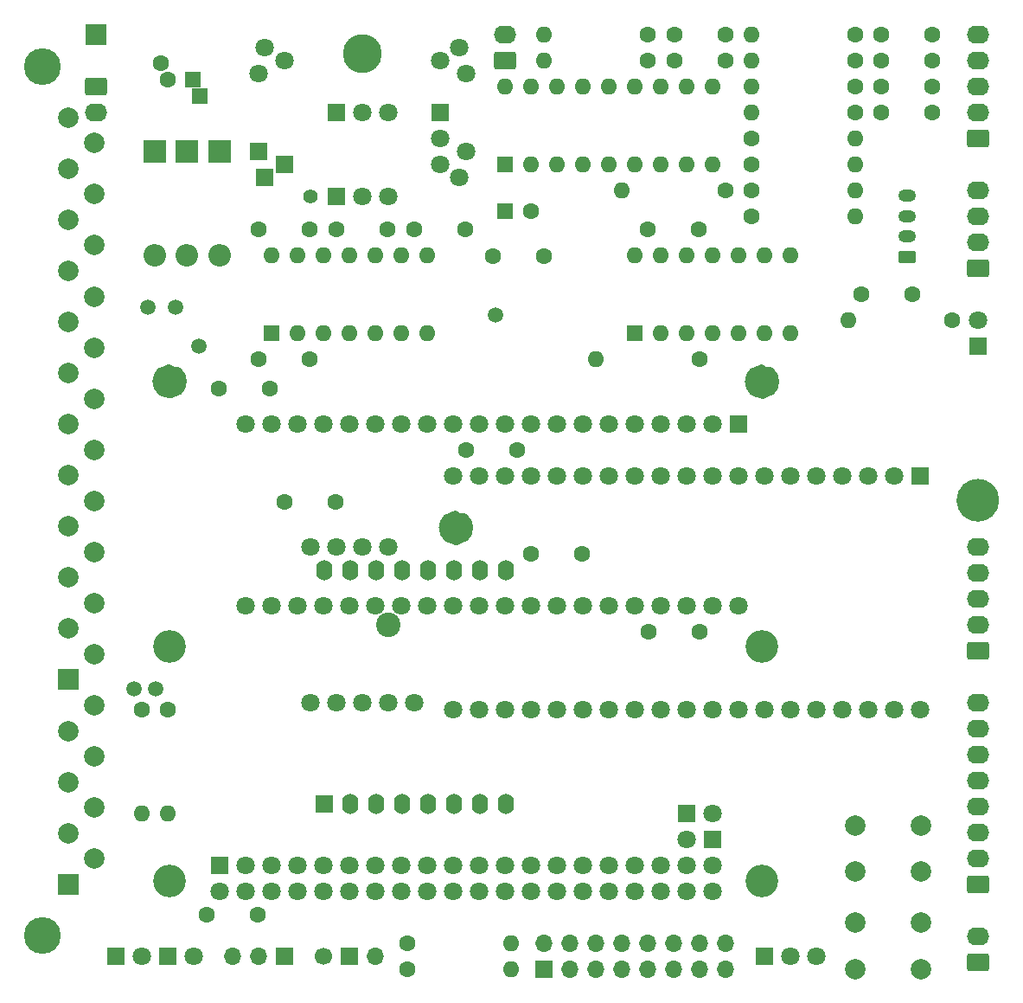
<source format=gbr>
%TF.GenerationSoftware,KiCad,Pcbnew,(6.0.9)*%
%TF.CreationDate,2022-12-06T19:52:46+01:00*%
%TF.ProjectId,SEU-M_1.04,5345552d-4d5f-4312-9e30-342e6b696361,1.04*%
%TF.SameCoordinates,Original*%
%TF.FileFunction,Soldermask,Top*%
%TF.FilePolarity,Negative*%
%FSLAX46Y46*%
G04 Gerber Fmt 4.6, Leading zero omitted, Abs format (unit mm)*
G04 Created by KiCad (PCBNEW (6.0.9)) date 2022-12-06 19:52:46*
%MOMM*%
%LPD*%
G01*
G04 APERTURE LIST*
G04 Aperture macros list*
%AMRoundRect*
0 Rectangle with rounded corners*
0 $1 Rounding radius*
0 $2 $3 $4 $5 $6 $7 $8 $9 X,Y pos of 4 corners*
0 Add a 4 corners polygon primitive as box body*
4,1,4,$2,$3,$4,$5,$6,$7,$8,$9,$2,$3,0*
0 Add four circle primitives for the rounded corners*
1,1,$1+$1,$2,$3*
1,1,$1+$1,$4,$5*
1,1,$1+$1,$6,$7*
1,1,$1+$1,$8,$9*
0 Add four rect primitives between the rounded corners*
20,1,$1+$1,$2,$3,$4,$5,0*
20,1,$1+$1,$4,$5,$6,$7,0*
20,1,$1+$1,$6,$7,$8,$9,0*
20,1,$1+$1,$8,$9,$2,$3,0*%
G04 Aperture macros list end*
%ADD10C,1.675000*%
%ADD11C,2.075000*%
%ADD12C,1.400000*%
%ADD13R,1.800000X1.800000*%
%ADD14C,1.800000*%
%ADD15C,3.800000*%
%ADD16C,2.400000*%
%ADD17C,3.200000*%
%ADD18C,2.000000*%
%ADD19R,1.700000X1.700000*%
%ADD20O,1.700000X1.700000*%
%ADD21C,1.600000*%
%ADD22RoundRect,0.250000X0.625000X-0.350000X0.625000X0.350000X-0.625000X0.350000X-0.625000X-0.350000X0*%
%ADD23O,1.750000X1.200000*%
%ADD24R,2.000000X2.000000*%
%ADD25C,3.600000*%
%ADD26O,1.600000X1.600000*%
%ADD27R,1.600000X1.600000*%
%ADD28R,2.200000X2.200000*%
%ADD29O,2.200000X2.200000*%
%ADD30C,1.700000*%
%ADD31O,1.600000X2.000000*%
%ADD32C,1.500000*%
%ADD33RoundRect,0.250000X-0.845000X0.620000X-0.845000X-0.620000X0.845000X-0.620000X0.845000X0.620000X0*%
%ADD34O,2.190000X1.740000*%
%ADD35RoundRect,0.250000X0.845000X-0.620000X0.845000X0.620000X-0.845000X0.620000X-0.845000X-0.620000X0*%
G04 APERTURE END LIST*
D10*
X123065216Y-86385400D02*
G75*
G03*
X123065216Y-86385400I-837500J0D01*
G01*
X153027500Y-72085200D02*
G75*
G03*
X153027500Y-72085200I-837500J0D01*
G01*
X95027500Y-72059800D02*
G75*
G03*
X95027500Y-72059800I-837500J0D01*
G01*
D11*
X174360500Y-83693000D02*
G75*
G03*
X174360500Y-83693000I-1037500J0D01*
G01*
D12*
%TO.C,M6*%
X107950000Y-53975000D03*
D13*
X110490000Y-45720000D03*
X110490000Y-53975000D03*
X102870000Y-49530000D03*
X103505000Y-52070000D03*
X120650000Y-45720000D03*
X105410000Y-50800000D03*
D14*
X102870000Y-41910000D03*
X120650000Y-48260000D03*
X122555000Y-39370000D03*
X113030000Y-45720000D03*
X113030000Y-53975000D03*
X123190000Y-41910000D03*
X120650000Y-40640000D03*
X105410000Y-40640000D03*
X103505000Y-39370000D03*
D15*
X113030000Y-40005000D03*
D14*
X123190000Y-49530000D03*
X115570000Y-45720000D03*
X122555000Y-52070000D03*
X115570000Y-53975000D03*
X120650000Y-50800000D03*
%TD*%
%TO.C,M4*%
X107950000Y-103520000D03*
X110490000Y-103520000D03*
X113030000Y-103520000D03*
X115570000Y-103520000D03*
X118110000Y-103520000D03*
X115570000Y-88280000D03*
X113030000Y-88280000D03*
X110490000Y-88280000D03*
X107950000Y-88280000D03*
D16*
X115570000Y-95900000D03*
%TD*%
D13*
%TO.C,M2*%
X149860000Y-76200000D03*
D14*
X147320000Y-76200000D03*
X144780000Y-76200000D03*
X142240000Y-76200000D03*
X139700000Y-76200000D03*
X137160000Y-76200000D03*
X134620000Y-76200000D03*
X132080000Y-76200000D03*
X129540000Y-76200000D03*
X127000000Y-76200000D03*
X124460000Y-76200000D03*
X121920000Y-76200000D03*
X119380000Y-76200000D03*
X116840000Y-76200000D03*
X114300000Y-76200000D03*
X111760000Y-76200000D03*
X109220000Y-76200000D03*
X106680000Y-76200000D03*
X104140000Y-76200000D03*
X101600000Y-76200000D03*
X101600000Y-93980000D03*
X104140000Y-93980000D03*
X106680000Y-93980000D03*
X109220000Y-93980000D03*
X111760000Y-93980000D03*
X114300000Y-93980000D03*
X116840000Y-93980000D03*
X119380000Y-93980000D03*
X121920000Y-93980000D03*
X124460000Y-93980000D03*
X127000000Y-93980000D03*
X129540000Y-93980000D03*
X132080000Y-93980000D03*
X134620000Y-93980000D03*
X137160000Y-93980000D03*
X139700000Y-93980000D03*
X142240000Y-93980000D03*
X144780000Y-93980000D03*
X147320000Y-93980000D03*
X149860000Y-93980000D03*
%TD*%
D13*
%TO.C,M1*%
X99060000Y-119380000D03*
D14*
X99060000Y-121920000D03*
X101600000Y-119380000D03*
X101600000Y-121920000D03*
X104140000Y-119380000D03*
D17*
X94190000Y-97960000D03*
X152190000Y-97960000D03*
X152190000Y-120960000D03*
D14*
X104140000Y-121920000D03*
D17*
X94190000Y-120960000D03*
D14*
X106680000Y-119380000D03*
X106680000Y-121920000D03*
X109220000Y-119380000D03*
X109220000Y-121920000D03*
X111760000Y-119380000D03*
X111760000Y-121920000D03*
X114300000Y-119380000D03*
X114300000Y-121920000D03*
X116840000Y-119380000D03*
X116840000Y-121920000D03*
X119380000Y-119380000D03*
X119380000Y-121920000D03*
X121920000Y-119380000D03*
X121920000Y-121920000D03*
X124460000Y-119380000D03*
X124460000Y-121920000D03*
X127000000Y-119380000D03*
X127000000Y-121920000D03*
X129540000Y-119380000D03*
X129540000Y-121920000D03*
X132080000Y-119380000D03*
X132080000Y-121920000D03*
X134620000Y-119380000D03*
X134620000Y-121920000D03*
X137160000Y-119380000D03*
X137160000Y-121920000D03*
X139700000Y-119380000D03*
X139700000Y-121920000D03*
X142240000Y-119380000D03*
X142240000Y-121920000D03*
X144780000Y-119380000D03*
X144780000Y-121920000D03*
X147320000Y-119380000D03*
X147320000Y-121920000D03*
D13*
X147320000Y-116840000D03*
D14*
X144780000Y-116840000D03*
D13*
X144780000Y-114300000D03*
D14*
X147320000Y-114300000D03*
%TD*%
D13*
%TO.C,D4*%
X152400000Y-128270000D03*
D14*
X154940000Y-128270000D03*
X157480000Y-128270000D03*
%TD*%
D18*
%TO.C,SW2*%
X161290000Y-120015000D03*
X167790000Y-120015000D03*
X161290000Y-115515000D03*
X167790000Y-115515000D03*
%TD*%
D13*
%TO.C,D6*%
X93980000Y-128270000D03*
D14*
X96520000Y-128270000D03*
%TD*%
D19*
%TO.C,J13*%
X105410000Y-128270000D03*
D20*
X102870000Y-128270000D03*
X100330000Y-128270000D03*
%TD*%
D18*
%TO.C,SW1*%
X161290000Y-125040000D03*
X167790000Y-125040000D03*
X167790000Y-129540000D03*
X161290000Y-129540000D03*
%TD*%
D21*
%TO.C,C11*%
X97790000Y-124206000D03*
X102790000Y-124206000D03*
%TD*%
D22*
%TO.C,J2*%
X166370000Y-59880000D03*
D23*
X166370000Y-57880000D03*
X166370000Y-55880000D03*
X166370000Y-53880000D03*
%TD*%
D24*
%TO.C,J1*%
X84270000Y-121250000D03*
D18*
X86770000Y-118750000D03*
X84270000Y-116250000D03*
D25*
X81770000Y-126250000D03*
X81770000Y-41250000D03*
D18*
X86770000Y-113750000D03*
X84270000Y-111250000D03*
X86770000Y-108750000D03*
X84270000Y-106250000D03*
X86770000Y-103750000D03*
D24*
X84270000Y-101250000D03*
D18*
X86770000Y-98750000D03*
X84270000Y-96250000D03*
X86770000Y-93750000D03*
X84270000Y-91250000D03*
X86770000Y-88750000D03*
X84270000Y-86250000D03*
X86770000Y-83750000D03*
X84270000Y-81250000D03*
X86770000Y-78750000D03*
X84270000Y-76250000D03*
X86770000Y-73750000D03*
X84270000Y-71250000D03*
X86770000Y-68750000D03*
X84270000Y-66250000D03*
X86770000Y-63750000D03*
X84270000Y-61250000D03*
X86770000Y-58750000D03*
X84270000Y-56250000D03*
X86770000Y-53750000D03*
X84270000Y-51250000D03*
X86770000Y-48750000D03*
X84270000Y-46250000D03*
%TD*%
D21*
%TO.C,C3*%
X163830000Y-43180000D03*
X168830000Y-43180000D03*
%TD*%
%TO.C,R13*%
X151130000Y-50800000D03*
D26*
X161290000Y-50800000D03*
%TD*%
D27*
%TO.C,U1*%
X127000000Y-50800000D03*
D26*
X129540000Y-50800000D03*
X132080000Y-50800000D03*
X134620000Y-50800000D03*
X137160000Y-50800000D03*
X139700000Y-50800000D03*
X142240000Y-50800000D03*
X144780000Y-50800000D03*
X147320000Y-50800000D03*
X147320000Y-43180000D03*
X144780000Y-43180000D03*
X142240000Y-43180000D03*
X139700000Y-43180000D03*
X137160000Y-43180000D03*
X134620000Y-43180000D03*
X132080000Y-43180000D03*
X129540000Y-43180000D03*
X127000000Y-43180000D03*
%TD*%
D21*
%TO.C,C2*%
X163830000Y-40640000D03*
X168830000Y-40640000D03*
%TD*%
%TO.C,R11*%
X151130000Y-55880000D03*
D26*
X161290000Y-55880000D03*
%TD*%
D21*
%TO.C,C19*%
X130810000Y-59817000D03*
X125810000Y-59817000D03*
%TD*%
D28*
%TO.C,D3*%
X92710000Y-49530000D03*
D29*
X92710000Y-59690000D03*
%TD*%
D21*
%TO.C,C12*%
X148590000Y-40640000D03*
X143590000Y-40640000D03*
%TD*%
%TO.C,C1*%
X163830000Y-38100000D03*
X168830000Y-38100000D03*
%TD*%
D24*
%TO.C,J6*%
X86995000Y-38100000D03*
%TD*%
D20*
%TO.C,J8*%
X114315000Y-128270000D03*
D19*
X111775000Y-128270000D03*
D30*
X109235000Y-128270000D03*
%TD*%
D21*
%TO.C,C16*%
X145970000Y-57150000D03*
X140970000Y-57150000D03*
%TD*%
D13*
%TO.C,M5*%
X109347000Y-113411000D03*
D31*
X111887000Y-113411000D03*
X114427000Y-113411000D03*
X116967000Y-113411000D03*
X119507000Y-113411000D03*
X122047000Y-113411000D03*
X124587000Y-113411000D03*
X127127000Y-113411000D03*
X127127000Y-90551000D03*
X124587000Y-90551000D03*
X122047000Y-90551000D03*
X119507000Y-90551000D03*
X116967000Y-90551000D03*
X114427000Y-90551000D03*
X111887000Y-90551000D03*
X109347000Y-90551000D03*
%TD*%
D21*
%TO.C,R12*%
X151130000Y-53340000D03*
D26*
X161290000Y-53340000D03*
%TD*%
D21*
%TO.C,C20*%
X129540000Y-88900000D03*
X134540000Y-88900000D03*
%TD*%
%TO.C,R17*%
X170815000Y-66040000D03*
D26*
X160655000Y-66040000D03*
%TD*%
D21*
%TO.C,C4*%
X163830000Y-45720000D03*
X168830000Y-45720000D03*
%TD*%
%TO.C,R3*%
X161290000Y-43180000D03*
D26*
X151130000Y-43180000D03*
%TD*%
D32*
%TO.C,TP1*%
X94742000Y-64770000D03*
%TD*%
D33*
%TO.C,J12*%
X86995000Y-43180000D03*
D34*
X86995000Y-45720000D03*
%TD*%
D21*
%TO.C,R2*%
X161290000Y-40640000D03*
D26*
X151130000Y-40640000D03*
%TD*%
D35*
%TO.C,J10*%
X173355000Y-121285000D03*
D34*
X173355000Y-118745000D03*
X173355000Y-116205000D03*
X173355000Y-113665000D03*
X173355000Y-111125000D03*
X173355000Y-108585000D03*
X173355000Y-106045000D03*
X173355000Y-103505000D03*
%TD*%
D21*
%TO.C,C13*%
X102870000Y-57150000D03*
X107870000Y-57150000D03*
%TD*%
D19*
%TO.C,J5*%
X130810000Y-129540000D03*
D20*
X130810000Y-127000000D03*
X133350000Y-129540000D03*
X133350000Y-127000000D03*
X135890000Y-129540000D03*
X135890000Y-127000000D03*
X138430000Y-129540000D03*
X138430000Y-127000000D03*
X140970000Y-129540000D03*
X140970000Y-127000000D03*
X143510000Y-129540000D03*
X143510000Y-127000000D03*
X146050000Y-129540000D03*
X146050000Y-127000000D03*
X148590000Y-129540000D03*
X148590000Y-127000000D03*
%TD*%
D32*
%TO.C,TP3*%
X92075000Y-64770000D03*
%TD*%
D35*
%TO.C,J4*%
X173355000Y-48260000D03*
D34*
X173355000Y-45720000D03*
X173355000Y-43180000D03*
X173355000Y-40640000D03*
X173355000Y-38100000D03*
%TD*%
D35*
%TO.C,J11*%
X173355000Y-98425000D03*
D34*
X173355000Y-95885000D03*
X173355000Y-93345000D03*
X173355000Y-90805000D03*
X173355000Y-88265000D03*
%TD*%
D27*
%TO.C,U2*%
X104140000Y-67310000D03*
D26*
X106680000Y-67310000D03*
X109220000Y-67310000D03*
X111760000Y-67310000D03*
X114300000Y-67310000D03*
X116840000Y-67310000D03*
X119380000Y-67310000D03*
X119380000Y-59690000D03*
X116840000Y-59690000D03*
X114300000Y-59690000D03*
X111760000Y-59690000D03*
X109220000Y-59690000D03*
X106680000Y-59690000D03*
X104140000Y-59690000D03*
%TD*%
D21*
%TO.C,R10*%
X117475000Y-129540000D03*
D26*
X127635000Y-129540000D03*
%TD*%
D13*
%TO.C,D5*%
X88900000Y-128270000D03*
D14*
X91440000Y-128270000D03*
%TD*%
D21*
%TO.C,C14*%
X123190000Y-78740000D03*
X128190000Y-78740000D03*
%TD*%
D32*
%TO.C,TP5*%
X92837000Y-102108000D03*
%TD*%
D21*
%TO.C,C15*%
X102870000Y-69850000D03*
X107870000Y-69850000D03*
%TD*%
%TO.C,R7*%
X140970000Y-38100000D03*
D26*
X130810000Y-38100000D03*
%TD*%
D21*
%TO.C,R8*%
X146050000Y-69850000D03*
D26*
X135890000Y-69850000D03*
%TD*%
D21*
%TO.C,C17*%
X141050000Y-96520000D03*
X146050000Y-96520000D03*
%TD*%
%TO.C,C5*%
X148590000Y-38100000D03*
X143590000Y-38100000D03*
%TD*%
D28*
%TO.C,D2*%
X95885000Y-49530000D03*
D29*
X95885000Y-59690000D03*
%TD*%
D13*
%TO.C,M3*%
X167640000Y-81280000D03*
D14*
X165100000Y-81280000D03*
X162560000Y-81280000D03*
X160020000Y-81280000D03*
X157480000Y-81280000D03*
X154940000Y-81280000D03*
X152400000Y-81280000D03*
X149860000Y-81280000D03*
X147320000Y-81280000D03*
X144780000Y-81280000D03*
X142240000Y-81280000D03*
X139700000Y-81280000D03*
X137160000Y-81280000D03*
X134620000Y-81280000D03*
X132080000Y-81280000D03*
X129540000Y-81280000D03*
X127000000Y-81280000D03*
X124460000Y-81280000D03*
X121920000Y-81280000D03*
X167640000Y-104140000D03*
X165100000Y-104140000D03*
X162560000Y-104140000D03*
X160020000Y-104140000D03*
X157480000Y-104140000D03*
X154940000Y-104140000D03*
X152400000Y-104140000D03*
X149860000Y-104140000D03*
X147320000Y-104140000D03*
X144780000Y-104140000D03*
X142240000Y-104140000D03*
X139700000Y-104140000D03*
X137160000Y-104140000D03*
X134620000Y-104140000D03*
X132080000Y-104140000D03*
X129540000Y-104140000D03*
X127000000Y-104140000D03*
X124460000Y-104140000D03*
X121920000Y-104140000D03*
%TD*%
D27*
%TO.C,C10*%
X127064888Y-55372000D03*
D21*
X129564888Y-55372000D03*
%TD*%
%TO.C,C9*%
X161925000Y-63500000D03*
X166925000Y-63500000D03*
%TD*%
%TO.C,C21*%
X110450000Y-83820000D03*
X105450000Y-83820000D03*
%TD*%
D28*
%TO.C,D1*%
X99060000Y-49530000D03*
D29*
X99060000Y-59690000D03*
%TD*%
D21*
%TO.C,R16*%
X93980000Y-104140000D03*
D26*
X93980000Y-114300000D03*
%TD*%
D32*
%TO.C,TP2*%
X97028000Y-68580000D03*
%TD*%
D35*
%TO.C,J3*%
X173355000Y-60960000D03*
D34*
X173355000Y-58420000D03*
X173355000Y-55880000D03*
X173355000Y-53340000D03*
%TD*%
D21*
%TO.C,R5*%
X148590000Y-53340000D03*
D26*
X138430000Y-53340000D03*
%TD*%
D35*
%TO.C,J7*%
X173355000Y-128905000D03*
D34*
X173355000Y-126365000D03*
%TD*%
D35*
%TO.C,J9*%
X127000000Y-40640000D03*
D34*
X127000000Y-38100000D03*
%TD*%
D21*
%TO.C,R4*%
X161290000Y-45720000D03*
D26*
X151130000Y-45720000D03*
%TD*%
D21*
%TO.C,R15*%
X91440000Y-104140000D03*
D26*
X91440000Y-114300000D03*
%TD*%
D21*
%TO.C,R14*%
X151130000Y-48260000D03*
D26*
X161290000Y-48260000D03*
%TD*%
D13*
%TO.C,D7*%
X173355000Y-68580000D03*
D14*
X173355000Y-66040000D03*
%TD*%
D21*
%TO.C,C8*%
X123110000Y-57150000D03*
X118110000Y-57150000D03*
%TD*%
D27*
%TO.C,U3*%
X139700000Y-67310000D03*
D26*
X142240000Y-67310000D03*
X144780000Y-67310000D03*
X147320000Y-67310000D03*
X149860000Y-67310000D03*
X152400000Y-67310000D03*
X154940000Y-67310000D03*
X154940000Y-59690000D03*
X152400000Y-59690000D03*
X149860000Y-59690000D03*
X147320000Y-59690000D03*
X144780000Y-59690000D03*
X142240000Y-59690000D03*
X139700000Y-59690000D03*
%TD*%
D27*
%TO.C,C6*%
X97165614Y-44145000D03*
X96494677Y-42545000D03*
D21*
X93994677Y-42545000D03*
X93323740Y-40945000D03*
%TD*%
D26*
%TO.C,R9*%
X127635000Y-127000000D03*
D21*
X117475000Y-127000000D03*
%TD*%
%TO.C,C7*%
X115490000Y-57150000D03*
X110490000Y-57150000D03*
%TD*%
%TO.C,R1*%
X161290000Y-38100000D03*
D26*
X151130000Y-38100000D03*
%TD*%
D32*
%TO.C,TP6*%
X90678000Y-102108000D03*
%TD*%
D21*
%TO.C,R6*%
X140970000Y-40640000D03*
D26*
X130810000Y-40640000D03*
%TD*%
D32*
%TO.C,TP4*%
X126111000Y-65532000D03*
%TD*%
D21*
%TO.C,C18*%
X104013000Y-72771000D03*
X99013000Y-72771000D03*
%TD*%
M02*

</source>
